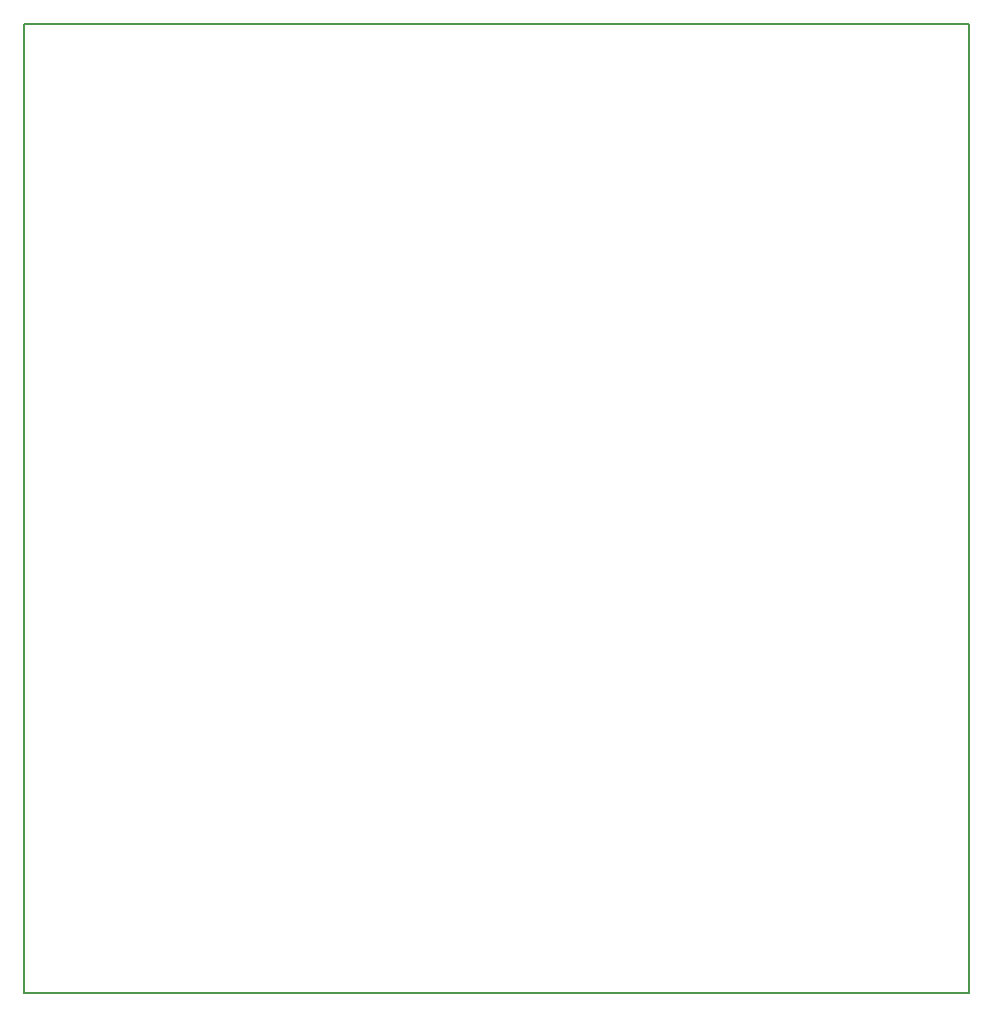
<source format=gbr>
G04 DipTrace 3.2.0.1*
G04 BoardOutline.gbr*
%MOIN*%
G04 #@! TF.FileFunction,Profile*
G04 #@! TF.Part,Single*
%ADD11C,0.005512*%
%FSLAX26Y26*%
G04*
G70*
G90*
G75*
G01*
G04 BoardOutline*
%LPD*%
X393701Y393701D2*
D11*
Y3622047D1*
X3543307D1*
Y393701D1*
X393701D1*
M02*

</source>
